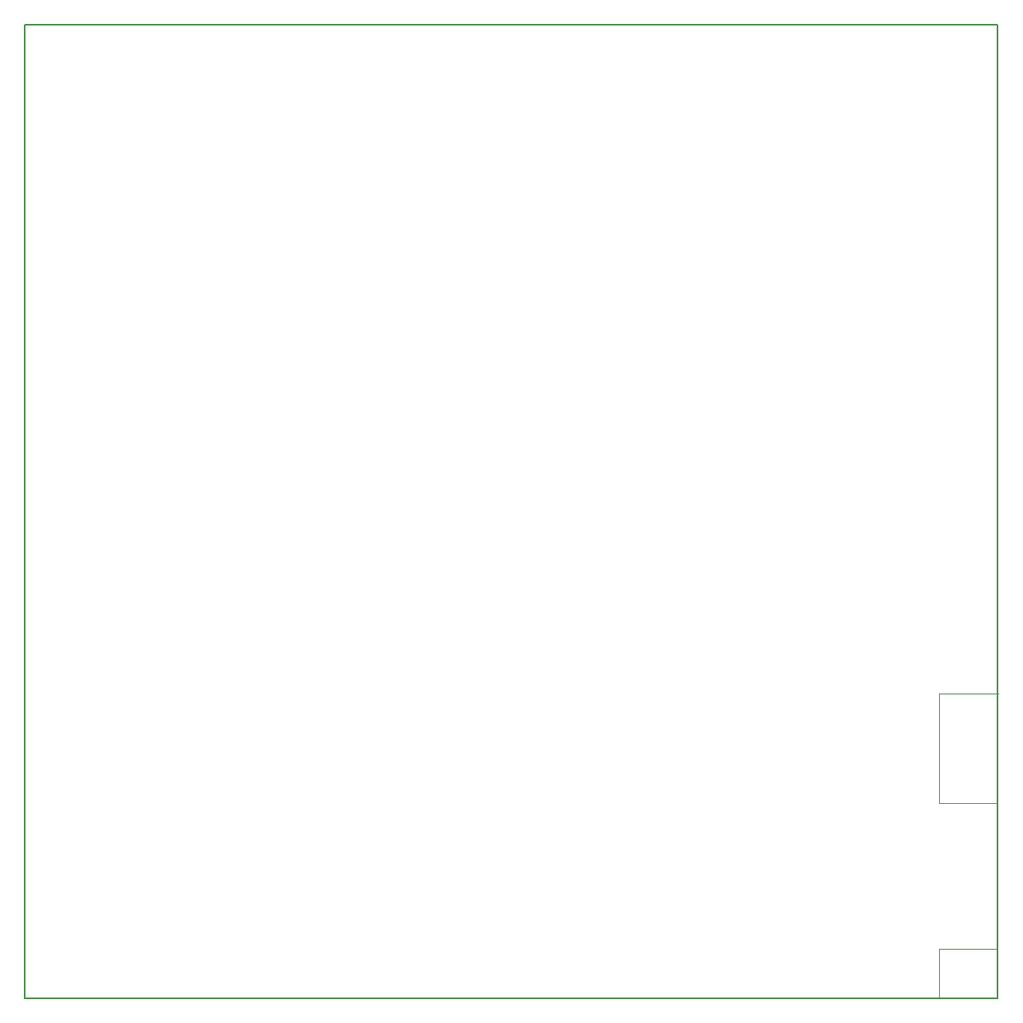
<source format=gbo>
G04*
G04 #@! TF.GenerationSoftware,Altium Limited,CircuitStudio,1.5.2 (30)*
G04*
G04 Layer_Color=13948096*
%FSLAX44Y44*%
%MOMM*%
G71*
G01*
G75*
%ADD51C,0.1500*%
%ADD52C,0.1000*%
D51*
X256000Y1260000D02*
X1256000D01*
X256000Y260000D02*
X1256000D01*
Y1260000D01*
X256000Y260000D02*
Y1260000D01*
D52*
X1196000Y260000D02*
Y310000D01*
Y573000D02*
X1257000D01*
X1196000Y460000D02*
Y573000D01*
Y460000D02*
X1252000D01*
X1196000Y260000D02*
X1199000D01*
X1252000Y460000D02*
X1256000D01*
X1196000Y310000D02*
X1242000D01*
X1256000D01*
Y317000D01*
M02*

</source>
